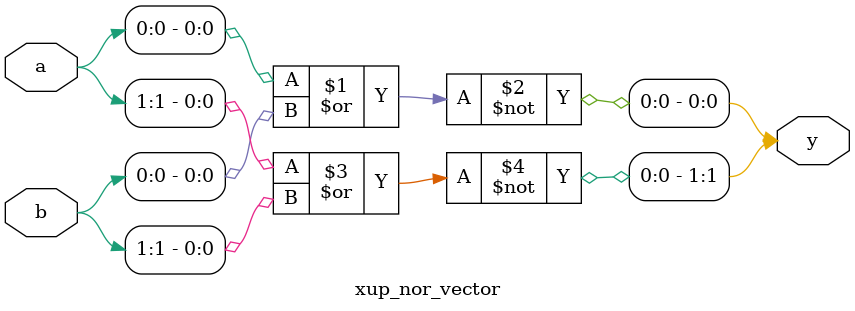
<source format=v>
`timescale 1ns / 1ps
module xup_nor_vector #(parameter SIZE=2, DELAY=3)(
    input wire [SIZE-1:0] a,
    input wire [SIZE-1:0] b,
    output wire [SIZE-1:0] y
    );

   genvar i;
    generate
       for (i=0; i < SIZE; i=i+1) 
       begin: nor_i
          nor #DELAY(y[i], a[i], b[i]);
       end
    endgenerate

endmodule
</source>
